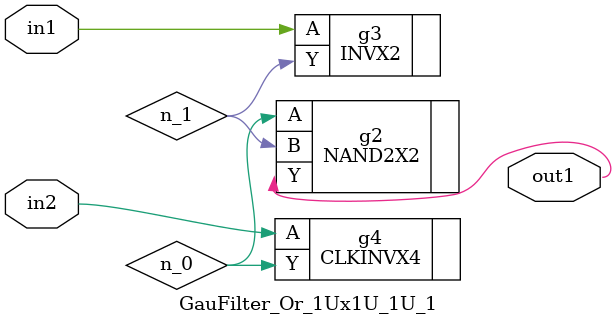
<source format=v>
`timescale 1ps / 1ps


module GauFilter_Or_1Ux1U_1U_1(in2, in1, out1);
  input in2, in1;
  output out1;
  wire in2, in1;
  wire out1;
  wire n_0, n_1;
  NAND2X2 g2(.A (n_0), .B (n_1), .Y (out1));
  INVX2 g3(.A (in1), .Y (n_1));
  CLKINVX4 g4(.A (in2), .Y (n_0));
endmodule



</source>
